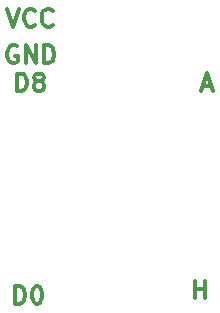
<source format=gbr>
G04 (created by PCBNEW (2013-07-07 BZR 4022)-stable) date 11-Jan-14 3:47:01 PM*
%MOIN*%
G04 Gerber Fmt 3.4, Leading zero omitted, Abs format*
%FSLAX34Y34*%
G01*
G70*
G90*
G04 APERTURE LIST*
%ADD10C,0.00590551*%
%ADD11C,0.011811*%
G04 APERTURE END LIST*
G54D10*
G54D11*
X73411Y-40299D02*
X73411Y-39708D01*
X73411Y-39989D02*
X73748Y-39989D01*
X73748Y-40299D02*
X73748Y-39708D01*
X73659Y-33210D02*
X73940Y-33210D01*
X73603Y-33379D02*
X73800Y-32788D01*
X73996Y-33379D01*
X67464Y-33399D02*
X67464Y-32808D01*
X67604Y-32808D01*
X67689Y-32836D01*
X67745Y-32892D01*
X67773Y-32949D01*
X67801Y-33061D01*
X67801Y-33145D01*
X67773Y-33258D01*
X67745Y-33314D01*
X67689Y-33370D01*
X67604Y-33399D01*
X67464Y-33399D01*
X68139Y-33061D02*
X68082Y-33033D01*
X68054Y-33005D01*
X68026Y-32949D01*
X68026Y-32920D01*
X68054Y-32864D01*
X68082Y-32836D01*
X68139Y-32808D01*
X68251Y-32808D01*
X68307Y-32836D01*
X68335Y-32864D01*
X68364Y-32920D01*
X68364Y-32949D01*
X68335Y-33005D01*
X68307Y-33033D01*
X68251Y-33061D01*
X68139Y-33061D01*
X68082Y-33089D01*
X68054Y-33117D01*
X68026Y-33174D01*
X68026Y-33286D01*
X68054Y-33342D01*
X68082Y-33370D01*
X68139Y-33399D01*
X68251Y-33399D01*
X68307Y-33370D01*
X68335Y-33342D01*
X68364Y-33286D01*
X68364Y-33174D01*
X68335Y-33117D01*
X68307Y-33089D01*
X68251Y-33061D01*
X67404Y-40479D02*
X67404Y-39888D01*
X67544Y-39888D01*
X67629Y-39916D01*
X67685Y-39972D01*
X67713Y-40029D01*
X67741Y-40141D01*
X67741Y-40225D01*
X67713Y-40338D01*
X67685Y-40394D01*
X67629Y-40450D01*
X67544Y-40479D01*
X67404Y-40479D01*
X68107Y-39888D02*
X68163Y-39888D01*
X68219Y-39916D01*
X68247Y-39944D01*
X68275Y-40000D01*
X68304Y-40113D01*
X68304Y-40254D01*
X68275Y-40366D01*
X68247Y-40422D01*
X68219Y-40450D01*
X68163Y-40479D01*
X68107Y-40479D01*
X68050Y-40450D01*
X68022Y-40422D01*
X67994Y-40366D01*
X67966Y-40254D01*
X67966Y-40113D01*
X67994Y-40000D01*
X68022Y-39944D01*
X68050Y-39916D01*
X68107Y-39888D01*
X67470Y-31896D02*
X67413Y-31868D01*
X67329Y-31868D01*
X67245Y-31896D01*
X67188Y-31952D01*
X67160Y-32009D01*
X67132Y-32121D01*
X67132Y-32205D01*
X67160Y-32318D01*
X67188Y-32374D01*
X67245Y-32430D01*
X67329Y-32459D01*
X67385Y-32459D01*
X67470Y-32430D01*
X67498Y-32402D01*
X67498Y-32205D01*
X67385Y-32205D01*
X67751Y-32459D02*
X67751Y-31868D01*
X68088Y-32459D01*
X68088Y-31868D01*
X68369Y-32459D02*
X68369Y-31868D01*
X68510Y-31868D01*
X68594Y-31896D01*
X68651Y-31952D01*
X68679Y-32009D01*
X68707Y-32121D01*
X68707Y-32205D01*
X68679Y-32318D01*
X68651Y-32374D01*
X68594Y-32430D01*
X68510Y-32459D01*
X68369Y-32459D01*
X67132Y-30648D02*
X67329Y-31239D01*
X67526Y-30648D01*
X68060Y-31182D02*
X68032Y-31210D01*
X67948Y-31239D01*
X67891Y-31239D01*
X67807Y-31210D01*
X67751Y-31154D01*
X67723Y-31098D01*
X67695Y-30985D01*
X67695Y-30901D01*
X67723Y-30789D01*
X67751Y-30732D01*
X67807Y-30676D01*
X67891Y-30648D01*
X67948Y-30648D01*
X68032Y-30676D01*
X68060Y-30704D01*
X68651Y-31182D02*
X68623Y-31210D01*
X68538Y-31239D01*
X68482Y-31239D01*
X68398Y-31210D01*
X68341Y-31154D01*
X68313Y-31098D01*
X68285Y-30985D01*
X68285Y-30901D01*
X68313Y-30789D01*
X68341Y-30732D01*
X68398Y-30676D01*
X68482Y-30648D01*
X68538Y-30648D01*
X68623Y-30676D01*
X68651Y-30704D01*
M02*

</source>
